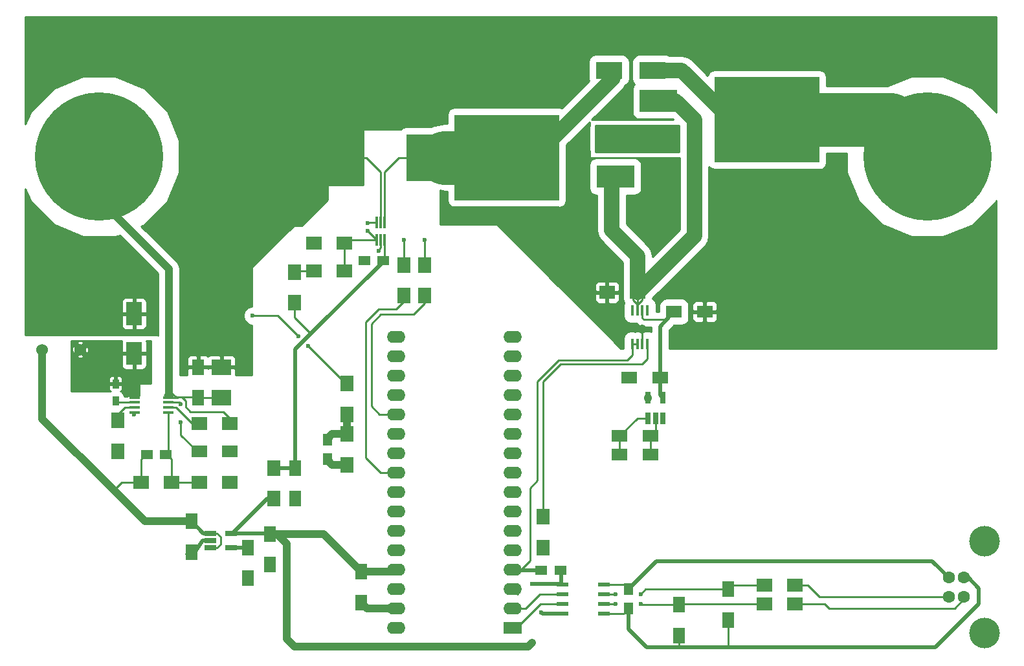
<source format=gtl>
G04 #@! TF.FileFunction,Copper,L1,Top,Signal*
%FSLAX46Y46*%
G04 Gerber Fmt 4.6, Leading zero omitted, Abs format (unit mm)*
G04 Created by KiCad (PCBNEW 4.0.4-stable) date 04/19/17 19:13:53*
%MOMM*%
%LPD*%
G01*
G04 APERTURE LIST*
%ADD10C,0.100000*%
%ADD11C,1.600000*%
%ADD12C,4.000000*%
%ADD13R,1.450000X0.450000*%
%ADD14C,1.200000*%
%ADD15R,0.450000X1.450000*%
%ADD16R,0.900000X1.200000*%
%ADD17R,3.500000X2.200000*%
%ADD18R,2.400000X1.600000*%
%ADD19O,2.400000X1.600000*%
%ADD20C,1.524000*%
%ADD21C,16.800000*%
%ADD22R,13.700000X11.200000*%
%ADD23R,15.000000X1.400000*%
%ADD24R,5.000000X3.000000*%
%ADD25R,1.700000X2.000000*%
%ADD26R,2.000000X1.700000*%
%ADD27R,4.000000X6.200000*%
%ADD28R,0.300000X1.500000*%
%ADD29R,1.560000X0.650000*%
%ADD30R,1.550000X0.600000*%
%ADD31R,0.650000X1.560000*%
%ADD32R,1.500000X1.250000*%
%ADD33R,1.250000X1.500000*%
%ADD34R,1.600000X2.000000*%
%ADD35R,2.500000X2.000000*%
%ADD36R,2.000000X1.600000*%
%ADD37C,0.600000*%
%ADD38C,1.000000*%
%ADD39C,0.500000*%
%ADD40C,0.250000*%
%ADD41C,7.000000*%
%ADD42C,2.000000*%
%ADD43C,0.254000*%
G04 APERTURE END LIST*
D10*
D11*
X199771000Y-122448000D03*
X199771000Y-124948000D03*
X201771000Y-124948000D03*
X201771000Y-122448000D03*
D12*
X204471000Y-117698000D03*
X204471000Y-129698000D03*
D13*
X93304000Y-98847000D03*
X93304000Y-99497000D03*
X93304000Y-100147000D03*
X93304000Y-100797000D03*
X97704000Y-100797000D03*
X97704000Y-100147000D03*
X97704000Y-99497000D03*
X97704000Y-98847000D03*
D14*
X181069000Y-69495000D03*
X176069000Y-69495000D03*
X171069000Y-69495000D03*
X181069000Y-55245000D03*
X176069000Y-55245000D03*
X171069000Y-55245000D03*
X146525000Y-74575000D03*
X141525000Y-74575000D03*
X136525000Y-74575000D03*
X146525000Y-60325000D03*
X141525000Y-60325000D03*
X136525000Y-60325000D03*
D15*
X158410000Y-91862000D03*
X159060000Y-91862000D03*
X159710000Y-91862000D03*
X160360000Y-91862000D03*
X160360000Y-87462000D03*
X159710000Y-87462000D03*
X159060000Y-87462000D03*
X158410000Y-87462000D03*
D16*
X90805000Y-97071000D03*
X90805000Y-99271000D03*
D10*
G36*
X94218000Y-91583000D02*
X94218000Y-94583000D01*
X92218000Y-94583000D01*
X92218000Y-91583000D01*
X94218000Y-91583000D01*
X94218000Y-91583000D01*
G37*
G36*
X94218000Y-86383000D02*
X94218000Y-89383000D01*
X92218000Y-89383000D01*
X92218000Y-86383000D01*
X94218000Y-86383000D01*
X94218000Y-86383000D01*
G37*
D17*
X155329000Y-56007000D03*
X161029000Y-56007000D03*
D18*
X142750000Y-129000000D03*
D19*
X127510000Y-90900000D03*
X142750000Y-126460000D03*
X127510000Y-93440000D03*
X142750000Y-123920000D03*
X127510000Y-95980000D03*
X142750000Y-121380000D03*
X127510000Y-98520000D03*
X142750000Y-118840000D03*
X127510000Y-101060000D03*
X142750000Y-116300000D03*
X127510000Y-103600000D03*
X142750000Y-113760000D03*
X127510000Y-106140000D03*
X142750000Y-111220000D03*
X127510000Y-108680000D03*
X142750000Y-108680000D03*
X127510000Y-111220000D03*
X142750000Y-106140000D03*
X127510000Y-113760000D03*
X142750000Y-103600000D03*
X127510000Y-116300000D03*
X142750000Y-101060000D03*
X127510000Y-118840000D03*
X142750000Y-98520000D03*
X127510000Y-121380000D03*
X142750000Y-95980000D03*
X127510000Y-123920000D03*
X142750000Y-93440000D03*
X127510000Y-126460000D03*
X142750000Y-90900000D03*
X127510000Y-129000000D03*
D20*
X81193000Y-92583000D03*
X86193000Y-92583000D03*
D21*
X88646000Y-67310000D03*
X110363000Y-67310000D03*
X196977000Y-67310000D03*
D22*
X141986000Y-67437000D03*
D23*
X141386000Y-60337000D03*
X141386000Y-74537000D03*
D24*
X156186000Y-64937000D03*
X156186000Y-69937000D03*
D22*
X176022000Y-62484000D03*
D23*
X176622000Y-69584000D03*
X176622000Y-55384000D03*
D24*
X161822000Y-64984000D03*
X161822000Y-59984000D03*
D25*
X91059000Y-101886000D03*
X91059000Y-105886000D03*
X121031000Y-97060000D03*
X121031000Y-101060000D03*
X121031000Y-103664000D03*
X121031000Y-107664000D03*
D26*
X105759000Y-102235000D03*
X101759000Y-102235000D03*
D27*
X130810000Y-67437000D03*
X121210000Y-67437000D03*
D26*
X94139000Y-109982000D03*
X98139000Y-109982000D03*
X101759000Y-109982000D03*
X105759000Y-109982000D03*
D25*
X114173000Y-86455000D03*
X114173000Y-82455000D03*
D26*
X116745000Y-82296000D03*
X120745000Y-82296000D03*
X120745000Y-78613000D03*
X116745000Y-78613000D03*
D25*
X111506000Y-108109000D03*
X111506000Y-112109000D03*
D26*
X159099000Y-85090000D03*
X155099000Y-85090000D03*
D25*
X131250000Y-81500000D03*
X131250000Y-85500000D03*
X146750000Y-114500000D03*
X146750000Y-118500000D03*
D26*
X175673000Y-123444000D03*
X179673000Y-123444000D03*
X179673000Y-125857000D03*
X175673000Y-125857000D03*
D28*
X124980000Y-78239000D03*
X125480000Y-78239000D03*
X125980000Y-78239000D03*
X125980000Y-75939000D03*
X125480000Y-75939000D03*
X124980000Y-75939000D03*
D29*
X103171000Y-116652000D03*
X103171000Y-117602000D03*
X103171000Y-118552000D03*
X105871000Y-118552000D03*
X105871000Y-116652000D03*
D30*
X149300000Y-123345000D03*
X149300000Y-124615000D03*
X149300000Y-125885000D03*
X149300000Y-127155000D03*
X154700000Y-127155000D03*
X154700000Y-125885000D03*
X154700000Y-124615000D03*
X154700000Y-123345000D03*
D25*
X128500000Y-81500000D03*
X128500000Y-85500000D03*
D31*
X160467000Y-101553000D03*
X161417000Y-101553000D03*
X162367000Y-101553000D03*
X162367000Y-98853000D03*
X160467000Y-98853000D03*
D14*
X159639000Y-89916000D03*
D32*
X125837000Y-80899000D03*
X123337000Y-80899000D03*
D33*
X118491000Y-104414000D03*
X118491000Y-106914000D03*
D34*
X101600000Y-98901000D03*
X101600000Y-94901000D03*
D35*
X104648000Y-98901000D03*
X104648000Y-94901000D03*
D32*
X94889000Y-106299000D03*
X97389000Y-106299000D03*
D36*
X101759000Y-105918000D03*
X105759000Y-105918000D03*
D34*
X100711000Y-115094000D03*
X100711000Y-119094000D03*
X108077000Y-118523000D03*
X108077000Y-122523000D03*
X110998000Y-116745000D03*
X110998000Y-120745000D03*
X122936000Y-125698000D03*
X122936000Y-121698000D03*
X114300000Y-108109000D03*
X114300000Y-112109000D03*
D32*
X146500000Y-121500000D03*
X149000000Y-121500000D03*
D33*
X157861000Y-126472000D03*
X157861000Y-123972000D03*
D34*
X164465000Y-126016000D03*
X164465000Y-130016000D03*
X170942000Y-123984000D03*
X170942000Y-127984000D03*
D36*
X156750000Y-106299000D03*
X160750000Y-106299000D03*
X156750000Y-103886000D03*
X160750000Y-103886000D03*
X162020000Y-96266000D03*
X158020000Y-96266000D03*
X163862000Y-87630000D03*
X167862000Y-87630000D03*
D37*
X115951000Y-92075000D03*
X114681000Y-90805000D03*
X108712000Y-88138000D03*
X93218000Y-101092000D03*
X123190000Y-80899000D03*
X125222000Y-79629000D03*
X167513000Y-87122000D03*
X168402000Y-87122000D03*
X168402000Y-88138000D03*
X167513000Y-88138000D03*
X154432000Y-84582000D03*
X155702000Y-84582000D03*
X155702000Y-85598000D03*
X154432000Y-85598000D03*
X118491000Y-107014000D03*
X121031000Y-107664000D03*
X100250000Y-119250000D03*
X101250000Y-119250000D03*
X157500000Y-95750000D03*
X157500000Y-96750000D03*
X158000000Y-96250000D03*
X116750000Y-78750000D03*
X114250000Y-112250000D03*
X111000000Y-120750000D03*
X108000000Y-122750000D03*
X105750000Y-110000000D03*
X91000000Y-106250000D03*
X105750000Y-106000000D03*
X162500000Y-101500000D03*
X99314000Y-99695000D03*
X99314000Y-102108000D03*
X121031000Y-103664000D03*
X160401000Y-98933000D03*
X145250000Y-131000000D03*
X145250000Y-123250000D03*
X146500000Y-121500000D03*
X146500000Y-127000000D03*
X159512000Y-124587000D03*
X156210000Y-124587000D03*
X159512000Y-125857000D03*
X156210000Y-125857000D03*
X146750000Y-118750000D03*
X128500000Y-78250000D03*
X123750000Y-77000000D03*
X131250000Y-78250000D03*
X123750000Y-76000000D03*
D38*
X93304000Y-92669000D02*
X93218000Y-92583000D01*
D39*
X93304000Y-92669000D02*
X93218000Y-92583000D01*
D40*
X93218000Y-92583000D02*
X93304000Y-92669000D01*
X93304000Y-93259000D02*
X93345000Y-93218000D01*
X93304000Y-99497000D02*
X91031000Y-99497000D01*
X91031000Y-99497000D02*
X90805000Y-99271000D01*
X121031000Y-97060000D02*
X120936000Y-97060000D01*
X120936000Y-97060000D02*
X115951000Y-92075000D01*
X114681000Y-90805000D02*
X112014000Y-88138000D01*
X112014000Y-88138000D02*
X108712000Y-88138000D01*
X97790000Y-97917000D02*
X97155000Y-98552000D01*
X98933000Y-98806000D02*
X98679000Y-98806000D01*
X98679000Y-98806000D02*
X97790000Y-97917000D01*
D38*
X88646000Y-67310000D02*
X88646000Y-72898000D01*
X88646000Y-72898000D02*
X97790000Y-82042000D01*
X97790000Y-82042000D02*
X97790000Y-97917000D01*
X97790000Y-97917000D02*
X97790000Y-98425000D01*
D40*
X98298000Y-98552000D02*
X97282000Y-98552000D01*
X97282000Y-98552000D02*
X97577000Y-98847000D01*
X98298000Y-98552000D02*
X98171000Y-98552000D01*
X98171000Y-98552000D02*
X98171000Y-98679000D01*
X97704000Y-98847000D02*
X98003000Y-98847000D01*
X98003000Y-98847000D02*
X98171000Y-98679000D01*
X98171000Y-98679000D02*
X98298000Y-98552000D01*
X97704000Y-98847000D02*
X97749000Y-98847000D01*
X97749000Y-98847000D02*
X98044000Y-98552000D01*
X97704000Y-98847000D02*
X97704000Y-98638000D01*
X97704000Y-98638000D02*
X97790000Y-98552000D01*
X97704000Y-98847000D02*
X97704000Y-98720000D01*
X97704000Y-98720000D02*
X97536000Y-98552000D01*
X97704000Y-98847000D02*
X97577000Y-98847000D01*
X105759000Y-101568000D02*
X104902000Y-100711000D01*
X99949000Y-99314000D02*
X99441000Y-98806000D01*
X99949000Y-100076000D02*
X99949000Y-99314000D01*
X100584000Y-100711000D02*
X99949000Y-100076000D01*
X104902000Y-100711000D02*
X100584000Y-100711000D01*
X98933000Y-98806000D02*
X99441000Y-98806000D01*
X99949000Y-98806000D02*
X101505000Y-98806000D01*
X99441000Y-98806000D02*
X99949000Y-98806000D01*
X101505000Y-98806000D02*
X101600000Y-98901000D01*
X104648000Y-98901000D02*
X101600000Y-98901000D01*
X105759000Y-102235000D02*
X105759000Y-101568000D01*
X104648000Y-98901000D02*
X104648000Y-99314000D01*
X98933000Y-98806000D02*
X98892000Y-98847000D01*
X98892000Y-98847000D02*
X97704000Y-98847000D01*
X93304000Y-100797000D02*
X93304000Y-101006000D01*
X93304000Y-101006000D02*
X93218000Y-101092000D01*
X159710000Y-91862000D02*
X159710000Y-89987000D01*
X159710000Y-89987000D02*
X159639000Y-89916000D01*
X159710000Y-89987000D02*
X159639000Y-89916000D01*
X123237000Y-80899000D02*
X123110000Y-80979000D01*
X123110000Y-80979000D02*
X123190000Y-80899000D01*
X125480000Y-78239000D02*
X125480000Y-79117000D01*
X125480000Y-79117000D02*
X125222000Y-79629000D01*
X167862000Y-87630000D02*
X167898000Y-87630000D01*
X167898000Y-87630000D02*
X168450000Y-87087000D01*
X167862000Y-87630000D02*
X167898000Y-87630000D01*
X167898000Y-87630000D02*
X168450000Y-88087000D01*
X167862000Y-87630000D02*
X167950000Y-87587000D01*
D38*
X127510000Y-126460000D02*
X123698000Y-126460000D01*
X123698000Y-126460000D02*
X122936000Y-125698000D01*
X119141000Y-107664000D02*
X118491000Y-107014000D01*
X119141000Y-107664000D02*
X121031000Y-107664000D01*
D39*
X93718000Y-88133000D02*
X92718000Y-87968000D01*
X92718000Y-87968000D02*
X92750000Y-88000000D01*
D40*
X93750000Y-88000000D02*
X93741000Y-87991000D01*
D39*
X101211000Y-119094000D02*
X100156000Y-119344000D01*
X100156000Y-119344000D02*
X100250000Y-119250000D01*
X101211000Y-119094000D02*
X101250000Y-119250000D01*
D40*
X158020000Y-96266000D02*
X157734000Y-96266000D01*
X157734000Y-96266000D02*
X157500000Y-95750000D01*
X158020000Y-96266000D02*
X157734000Y-96266000D01*
X157734000Y-96266000D02*
X157500000Y-96750000D01*
X158020000Y-96266000D02*
X158000000Y-96250000D01*
X155099000Y-85090000D02*
X155000000Y-85000000D01*
D39*
X116745000Y-78613000D02*
X116750000Y-78750000D01*
D40*
X123237000Y-80899000D02*
X123698000Y-80899000D01*
D39*
X114300000Y-112109000D02*
X114250000Y-112250000D01*
D40*
X121210000Y-67437000D02*
X123571000Y-67437000D01*
X123571000Y-67437000D02*
X125480000Y-69346000D01*
X125480000Y-69346000D02*
X125480000Y-75939000D01*
D39*
X110998000Y-120745000D02*
X111000000Y-120750000D01*
X108077000Y-122523000D02*
X108000000Y-122750000D01*
X105759000Y-109982000D02*
X105750000Y-110000000D01*
X103171000Y-117602000D02*
X102203000Y-117602000D01*
X102203000Y-117602000D02*
X101211000Y-119094000D01*
D40*
X93718000Y-88133000D02*
X93741000Y-87991000D01*
X104648000Y-94901000D02*
X104750000Y-94750000D01*
X101600000Y-94901000D02*
X101500000Y-94750000D01*
X91059000Y-105886000D02*
X91000000Y-106250000D01*
X105509000Y-105918000D02*
X105750000Y-106000000D01*
X162367000Y-101553000D02*
X162326000Y-101326000D01*
X162326000Y-101326000D02*
X162500000Y-101500000D01*
X97704000Y-99497000D02*
X99116000Y-99497000D01*
X99116000Y-99497000D02*
X99314000Y-99695000D01*
X99314000Y-102108000D02*
X99314000Y-103759000D01*
X99314000Y-103759000D02*
X101473000Y-105918000D01*
X101473000Y-105918000D02*
X101759000Y-105918000D01*
D38*
X121031000Y-103664000D02*
X119141000Y-103664000D01*
X119141000Y-103664000D02*
X118491000Y-104314000D01*
X121031000Y-101060000D02*
X121031000Y-103664000D01*
D40*
X94139000Y-109982000D02*
X91567000Y-109982000D01*
X91567000Y-109982000D02*
X90551000Y-110998000D01*
D38*
X100711000Y-115094000D02*
X94647000Y-115094000D01*
X94647000Y-115094000D02*
X90551000Y-110998000D01*
X90551000Y-110998000D02*
X81193000Y-101640000D01*
X81193000Y-101640000D02*
X81193000Y-92583000D01*
D39*
X103171000Y-116652000D02*
X102269000Y-116652000D01*
X102269000Y-116652000D02*
X100711000Y-115094000D01*
D40*
X103171000Y-118552000D02*
X104079000Y-118552000D01*
X104079000Y-118552000D02*
X104521000Y-118110000D01*
X104521000Y-118110000D02*
X104521000Y-117094000D01*
X104521000Y-117094000D02*
X104079000Y-116652000D01*
X104079000Y-116652000D02*
X103171000Y-116652000D01*
X102978000Y-116459000D02*
X103171000Y-116652000D01*
X94139000Y-109982000D02*
X94139000Y-106949000D01*
X94139000Y-106949000D02*
X94789000Y-106299000D01*
X98139000Y-109982000D02*
X101759000Y-109982000D01*
X98139000Y-109982000D02*
X98139000Y-106949000D01*
X98139000Y-106949000D02*
X97489000Y-106299000D01*
X97704000Y-100797000D02*
X97704000Y-106084000D01*
X97704000Y-106084000D02*
X97489000Y-106299000D01*
X114173000Y-88392000D02*
X116308500Y-90527500D01*
D39*
X114300000Y-97028000D02*
X114300000Y-92536000D01*
X114300000Y-92536000D02*
X116308500Y-90527500D01*
D40*
X114173000Y-86455000D02*
X114173000Y-88392000D01*
D39*
X114300000Y-108109000D02*
X114300000Y-97028000D01*
X116308500Y-90527500D02*
X125937000Y-80899000D01*
X111506000Y-108109000D02*
X114300000Y-108109000D01*
X111665000Y-107950000D02*
X111506000Y-108109000D01*
D40*
X125980000Y-78239000D02*
X125980000Y-80856000D01*
X125980000Y-80856000D02*
X125937000Y-80899000D01*
D39*
X105871000Y-118552000D02*
X108048000Y-118552000D01*
X108048000Y-118552000D02*
X108077000Y-118523000D01*
D38*
X160401000Y-98933000D02*
X160467000Y-98867000D01*
X160467000Y-98867000D02*
X160467000Y-98853000D01*
X110998000Y-116745000D02*
X111919000Y-116745000D01*
X144805000Y-131445000D02*
X145250000Y-131000000D01*
X114173000Y-131445000D02*
X144805000Y-131445000D01*
X113157000Y-130429000D02*
X114173000Y-131445000D01*
X113157000Y-117983000D02*
X113157000Y-130429000D01*
X111919000Y-116745000D02*
X113157000Y-117983000D01*
X110998000Y-116745000D02*
X117983000Y-116745000D01*
X117983000Y-116745000D02*
X122936000Y-121698000D01*
X122936000Y-121698000D02*
X127192000Y-121698000D01*
X127192000Y-121698000D02*
X127510000Y-121380000D01*
D39*
X149100000Y-121500000D02*
X149100000Y-123145000D01*
X149100000Y-123145000D02*
X149300000Y-123345000D01*
X149205000Y-123250000D02*
X145250000Y-123250000D01*
X149205000Y-123250000D02*
X149300000Y-123345000D01*
D38*
X145250000Y-131000000D02*
X145250000Y-131000000D01*
D39*
X111506000Y-112109000D02*
X110649000Y-112109000D01*
X110649000Y-112109000D02*
X106106000Y-116652000D01*
X106106000Y-116652000D02*
X105871000Y-116652000D01*
X105871000Y-116652000D02*
X110905000Y-116652000D01*
X110905000Y-116652000D02*
X110998000Y-116745000D01*
X162020000Y-98506000D02*
X162367000Y-98853000D01*
D40*
X159893000Y-88646000D02*
X162973000Y-88646000D01*
X162973000Y-88646000D02*
X163862000Y-87630000D01*
X159710000Y-87462000D02*
X159710000Y-88463000D01*
X159710000Y-88463000D02*
X159893000Y-88646000D01*
D39*
X162020000Y-96266000D02*
X162020000Y-89599000D01*
X162020000Y-89599000D02*
X163862000Y-87630000D01*
X162020000Y-96266000D02*
X162020000Y-98506000D01*
D40*
X158410000Y-91862000D02*
X158410000Y-93340000D01*
X158410000Y-93340000D02*
X157750000Y-94000000D01*
X159060000Y-91862000D02*
X158410000Y-91862000D01*
X158410000Y-91862000D02*
X158369000Y-91903000D01*
X157750000Y-94000000D02*
X148750000Y-94000000D01*
X148750000Y-94000000D02*
X146000000Y-96750000D01*
X146000000Y-96750000D02*
X146000000Y-109750000D01*
X145000000Y-110750000D02*
X145000000Y-120250000D01*
X146000000Y-109750000D02*
X145000000Y-110750000D01*
D39*
X149300000Y-127155000D02*
X146655000Y-127155000D01*
X146500000Y-121500000D02*
X146650000Y-121500000D01*
X146655000Y-127155000D02*
X146500000Y-127000000D01*
X146650000Y-121500000D02*
X142870000Y-121500000D01*
X142870000Y-121500000D02*
X142750000Y-121380000D01*
D40*
X142750000Y-121380000D02*
X143870000Y-121380000D01*
X143870000Y-121380000D02*
X145000000Y-120250000D01*
X160467000Y-101553000D02*
X159083000Y-101553000D01*
X156750000Y-103886000D02*
X156750000Y-106299000D01*
X159083000Y-101553000D02*
X156750000Y-103886000D01*
X160750000Y-103886000D02*
X160750000Y-106299000D01*
X161417000Y-101553000D02*
X161417000Y-103219000D01*
X161417000Y-103219000D02*
X160750000Y-103886000D01*
X164465000Y-130016000D02*
X164465000Y-131572000D01*
X170942000Y-127984000D02*
X170942000Y-131572000D01*
D39*
X201771000Y-122448000D02*
X202331000Y-122448000D01*
X202331000Y-122448000D02*
X203708000Y-123825000D01*
X197993000Y-131572000D02*
X170942000Y-131572000D01*
X203708000Y-125857000D02*
X197993000Y-131572000D01*
X203708000Y-123825000D02*
X203708000Y-125857000D01*
X170942000Y-131572000D02*
X164465000Y-131572000D01*
X164465000Y-131572000D02*
X160274000Y-131572000D01*
X160274000Y-131572000D02*
X157861000Y-129159000D01*
X157861000Y-129159000D02*
X157861000Y-126572000D01*
D40*
X170466000Y-127254000D02*
X170942000Y-127730000D01*
X170942000Y-127730000D02*
X170339000Y-127730000D01*
X154700000Y-127155000D02*
X157278000Y-127155000D01*
D39*
X157861000Y-123872000D02*
X157941000Y-123872000D01*
X157941000Y-123872000D02*
X161544000Y-120269000D01*
X197612000Y-120269000D02*
X199771000Y-122448000D01*
X161544000Y-120269000D02*
X197612000Y-120269000D01*
D40*
X154700000Y-123345000D02*
X157334000Y-123345000D01*
X157334000Y-123345000D02*
X157861000Y-123872000D01*
X175673000Y-123444000D02*
X171482000Y-123444000D01*
X171482000Y-123444000D02*
X170942000Y-123984000D01*
X154700000Y-124615000D02*
X156182000Y-124615000D01*
X160115000Y-123984000D02*
X170942000Y-123984000D01*
X159512000Y-124587000D02*
X160115000Y-123984000D01*
X156182000Y-124615000D02*
X156210000Y-124587000D01*
X175673000Y-125857000D02*
X164624000Y-125857000D01*
X164624000Y-125857000D02*
X164465000Y-126016000D01*
X154700000Y-125885000D02*
X156182000Y-125885000D01*
X159671000Y-126016000D02*
X164465000Y-126016000D01*
X159512000Y-125857000D02*
X159671000Y-126016000D01*
X156182000Y-125885000D02*
X156210000Y-125857000D01*
D41*
X141986000Y-67437000D02*
X133858000Y-67437000D01*
D42*
X155829000Y-56007000D02*
X155829000Y-57023000D01*
X155829000Y-57023000D02*
X145415000Y-67437000D01*
D40*
X130810000Y-67437000D02*
X127839002Y-67437000D01*
X125980000Y-69296002D02*
X125980000Y-75939000D01*
X127839002Y-67437000D02*
X125980000Y-69296002D01*
D42*
X145415000Y-67437000D02*
X141986000Y-67437000D01*
D41*
X176022000Y-62484000D02*
X192151000Y-62484000D01*
X192151000Y-62484000D02*
X196977000Y-67310000D01*
D42*
X160529000Y-56007000D02*
X164846000Y-56007000D01*
X164846000Y-56007000D02*
X171323000Y-62484000D01*
X171323000Y-62484000D02*
X176022000Y-62484000D01*
D40*
X149300000Y-125885000D02*
X146403000Y-125885000D01*
X146403000Y-125885000D02*
X143288000Y-129000000D01*
X143288000Y-129000000D02*
X142750000Y-129000000D01*
X149300000Y-124615000D02*
X146276000Y-124615000D01*
X144431000Y-126460000D02*
X142750000Y-126460000D01*
X146276000Y-124615000D02*
X144431000Y-126460000D01*
X143445000Y-124615000D02*
X142750000Y-123920000D01*
X146750000Y-118500000D02*
X146750000Y-118750000D01*
X125310000Y-101060000D02*
X127510000Y-101060000D01*
X124250000Y-100000000D02*
X125310000Y-101060000D01*
X131250000Y-85500000D02*
X131250000Y-86500000D01*
X131250000Y-86500000D02*
X129750000Y-88000000D01*
X129750000Y-88000000D02*
X125500000Y-88000000D01*
X125500000Y-88000000D02*
X124250000Y-89250000D01*
X124250000Y-89250000D02*
X124250000Y-100000000D01*
X128500000Y-85500000D02*
X128500000Y-86250000D01*
X128500000Y-86250000D02*
X127500000Y-87250000D01*
X127500000Y-87250000D02*
X125250000Y-87250000D01*
X125250000Y-87250000D02*
X123500000Y-89000000D01*
X123500000Y-89000000D02*
X123500000Y-106750000D01*
X123500000Y-106750000D02*
X125430000Y-108680000D01*
X125430000Y-108680000D02*
X127510000Y-108680000D01*
X199771000Y-124948000D02*
X182860000Y-124948000D01*
X181356000Y-123444000D02*
X179673000Y-123444000D01*
X182860000Y-124948000D02*
X181356000Y-123444000D01*
X201771000Y-124948000D02*
X201771000Y-125254000D01*
X201771000Y-125254000D02*
X200533000Y-126492000D01*
X183515000Y-125857000D02*
X179673000Y-125857000D01*
X184150000Y-126492000D02*
X183515000Y-125857000D01*
X200533000Y-126492000D02*
X184150000Y-126492000D01*
D39*
X201771000Y-124948000D02*
X201771000Y-125508000D01*
D40*
X159639000Y-86106000D02*
X159639000Y-85630000D01*
X159060000Y-86685000D02*
X159639000Y-86106000D01*
X159060000Y-87462000D02*
X159060000Y-86685000D01*
X158496000Y-86106000D02*
X158496000Y-85693000D01*
X159060000Y-86670000D02*
X158496000Y-86106000D01*
X159060000Y-87462000D02*
X159060000Y-86670000D01*
X159639000Y-85630000D02*
X159099000Y-85090000D01*
X158496000Y-85693000D02*
X159099000Y-85090000D01*
D42*
X155686000Y-69937000D02*
X155686000Y-76946000D01*
X155686000Y-76946000D02*
X159099000Y-80359000D01*
X159099000Y-80359000D02*
X159099000Y-85090000D01*
X162322000Y-59984000D02*
X163997000Y-59984000D01*
X163997000Y-59984000D02*
X166497000Y-62484000D01*
X166497000Y-62484000D02*
X166497000Y-77692000D01*
X166497000Y-77692000D02*
X159099000Y-85090000D01*
D40*
X159060000Y-87462000D02*
X159060000Y-85129000D01*
X159060000Y-85129000D02*
X159099000Y-85090000D01*
X93304000Y-100147000D02*
X92004000Y-100147000D01*
X92004000Y-100147000D02*
X91059000Y-101092000D01*
X91059000Y-101092000D02*
X91059000Y-101886000D01*
X98750000Y-100147000D02*
X97704000Y-100147000D01*
X100838000Y-102235000D02*
X98750000Y-100147000D01*
X101759000Y-102235000D02*
X100838000Y-102235000D01*
X116745000Y-82296000D02*
X114332000Y-82296000D01*
X114332000Y-82296000D02*
X114173000Y-82455000D01*
X128500000Y-81500000D02*
X128500000Y-79250000D01*
X128500000Y-78250000D02*
X128500000Y-79250000D01*
X123750000Y-77000000D02*
X124980000Y-78230000D01*
X124980000Y-78239000D02*
X124980000Y-78230000D01*
X124980000Y-78239000D02*
X124980000Y-77980000D01*
X120745000Y-78613000D02*
X120745000Y-82296000D01*
X124980000Y-78239000D02*
X121119000Y-78239000D01*
X121119000Y-78239000D02*
X120745000Y-78613000D01*
X121500000Y-78239000D02*
X121126000Y-78613000D01*
X124980000Y-75939000D02*
X123811000Y-75939000D01*
X131250000Y-78250000D02*
X131250000Y-81500000D01*
X123811000Y-75939000D02*
X123750000Y-76000000D01*
X149012000Y-94488000D02*
X146750000Y-96750000D01*
X146750000Y-96750000D02*
X146750000Y-114500000D01*
X160360000Y-93767000D02*
X160360000Y-91862000D01*
X159639000Y-94488000D02*
X150622000Y-94488000D01*
X160360000Y-93767000D02*
X159639000Y-94488000D01*
X150622000Y-94488000D02*
X149012000Y-94488000D01*
D43*
G36*
X205998000Y-61576026D02*
X205906560Y-61354724D01*
X202947852Y-58390848D01*
X199080136Y-56784831D01*
X194892237Y-56781177D01*
X191804509Y-58057000D01*
X183817161Y-58057000D01*
X183817161Y-56884000D01*
X183752522Y-56540474D01*
X183549499Y-56224967D01*
X183239721Y-56013304D01*
X182872000Y-55938839D01*
X169172000Y-55938839D01*
X168828474Y-56003478D01*
X168512967Y-56206501D01*
X168301304Y-56516279D01*
X168264115Y-56699925D01*
X166775190Y-55211000D01*
X169295651Y-55211000D01*
X169616515Y-55343907D01*
X169656608Y-55384000D01*
X169616515Y-55424093D01*
X169295651Y-55557000D01*
X169829608Y-55557000D01*
X169862094Y-55589486D01*
X169995000Y-55910350D01*
X169995000Y-55557000D01*
X183249000Y-55557000D01*
X183249000Y-55910350D01*
X183381906Y-55589486D01*
X183414392Y-55557000D01*
X183948349Y-55557000D01*
X183627485Y-55424093D01*
X183587392Y-55384000D01*
X183627485Y-55343907D01*
X183948349Y-55211000D01*
X183414392Y-55211000D01*
X183381906Y-55178514D01*
X183249000Y-54857650D01*
X183249000Y-55211000D01*
X169995000Y-55211000D01*
X169995000Y-54857650D01*
X169862094Y-55178514D01*
X169829608Y-55211000D01*
X169295651Y-55211000D01*
X166775190Y-55211000D01*
X166208595Y-54644405D01*
X165583431Y-54226684D01*
X164846000Y-54080000D01*
X163210672Y-54080000D01*
X163146721Y-54036304D01*
X162779000Y-53961839D01*
X159279000Y-53961839D01*
X158935474Y-54026478D01*
X158619967Y-54229501D01*
X158408304Y-54539279D01*
X158333839Y-54907000D01*
X158333839Y-57107000D01*
X158398478Y-57450526D01*
X158601501Y-57766033D01*
X158662254Y-57807544D01*
X158451304Y-58116279D01*
X158376839Y-58484000D01*
X158376839Y-61484000D01*
X158441478Y-61827526D01*
X158644501Y-62143033D01*
X158954279Y-62354696D01*
X159322000Y-62429161D01*
X163716971Y-62429161D01*
X163771810Y-62484000D01*
X153093190Y-62484000D01*
X157191595Y-58385595D01*
X157484018Y-57947953D01*
X157738033Y-57784499D01*
X157949696Y-57474721D01*
X158024161Y-57107000D01*
X158024161Y-54907000D01*
X157959522Y-54563474D01*
X157756499Y-54247967D01*
X157446721Y-54036304D01*
X157079000Y-53961839D01*
X153579000Y-53961839D01*
X153235474Y-54026478D01*
X152919967Y-54229501D01*
X152708304Y-54539279D01*
X152633839Y-54907000D01*
X152633839Y-57107000D01*
X152694963Y-57431847D01*
X149167783Y-60959027D01*
X148836000Y-60891839D01*
X135136000Y-60891839D01*
X134792474Y-60956478D01*
X134476967Y-61159501D01*
X134265304Y-61469279D01*
X134190839Y-61837000D01*
X134190839Y-63010000D01*
X133858000Y-63010000D01*
X132163860Y-63346985D01*
X132096731Y-63391839D01*
X128810000Y-63391839D01*
X128466474Y-63456478D01*
X128150967Y-63659501D01*
X128086398Y-63754000D01*
X123317000Y-63754000D01*
X123270841Y-63762685D01*
X123228447Y-63789965D01*
X123200006Y-63831590D01*
X123190000Y-63881000D01*
X123190000Y-70993000D01*
X118618000Y-70993000D01*
X118568590Y-71003006D01*
X118526965Y-71031447D01*
X118499685Y-71073841D01*
X118491000Y-71120000D01*
X118491000Y-72972394D01*
X115136394Y-76327000D01*
X114173000Y-76327000D01*
X114123590Y-76337006D01*
X114083197Y-76364197D01*
X108622197Y-81825197D01*
X108594334Y-81867211D01*
X108585000Y-81915000D01*
X108585000Y-86910889D01*
X108469005Y-86910788D01*
X108017869Y-87097194D01*
X107672407Y-87442053D01*
X107485214Y-87892864D01*
X107484788Y-88380995D01*
X107671194Y-88832131D01*
X108016053Y-89177593D01*
X108466864Y-89364786D01*
X108585000Y-89364889D01*
X108585000Y-95885000D01*
X106533000Y-95885000D01*
X106533000Y-95186750D01*
X106374250Y-95028000D01*
X104775000Y-95028000D01*
X104775000Y-95048000D01*
X104521000Y-95048000D01*
X104521000Y-95028000D01*
X102921750Y-95028000D01*
X102899000Y-95050750D01*
X102876250Y-95028000D01*
X101727000Y-95028000D01*
X101727000Y-95048000D01*
X101473000Y-95048000D01*
X101473000Y-95028000D01*
X100323750Y-95028000D01*
X100165000Y-95186750D01*
X100165000Y-95885000D01*
X99217000Y-95885000D01*
X99217000Y-93774691D01*
X100165000Y-93774691D01*
X100165000Y-94615250D01*
X100323750Y-94774000D01*
X101473000Y-94774000D01*
X101473000Y-93424750D01*
X101727000Y-93424750D01*
X101727000Y-94774000D01*
X102876250Y-94774000D01*
X102899000Y-94751250D01*
X102921750Y-94774000D01*
X104521000Y-94774000D01*
X104521000Y-93424750D01*
X104775000Y-93424750D01*
X104775000Y-94774000D01*
X106374250Y-94774000D01*
X106533000Y-94615250D01*
X106533000Y-93774691D01*
X106436327Y-93541302D01*
X106257699Y-93362673D01*
X106024310Y-93266000D01*
X104933750Y-93266000D01*
X104775000Y-93424750D01*
X104521000Y-93424750D01*
X104362250Y-93266000D01*
X103271690Y-93266000D01*
X103038301Y-93362673D01*
X102899000Y-93501975D01*
X102759699Y-93362673D01*
X102526310Y-93266000D01*
X101885750Y-93266000D01*
X101727000Y-93424750D01*
X101473000Y-93424750D01*
X101314250Y-93266000D01*
X100673690Y-93266000D01*
X100440301Y-93362673D01*
X100261673Y-93541302D01*
X100165000Y-93774691D01*
X99217000Y-93774691D01*
X99217000Y-82042000D01*
X99108376Y-81495911D01*
X99081040Y-81455000D01*
X98799042Y-81032959D01*
X94179795Y-76413712D01*
X94601276Y-76239560D01*
X97565152Y-73280852D01*
X99171169Y-69413136D01*
X99171956Y-68510550D01*
X102783022Y-68510550D01*
X103819444Y-71319895D01*
X104154228Y-71820936D01*
X104782009Y-72890991D01*
X105852064Y-73518772D01*
X108571432Y-74772417D01*
X111563550Y-74889978D01*
X114372895Y-73853556D01*
X114873936Y-73518772D01*
X115943991Y-72890991D01*
X116571772Y-71820936D01*
X117566132Y-69664000D01*
X119383650Y-69664000D01*
X119704514Y-69796906D01*
X119950093Y-70042485D01*
X120083000Y-70363349D01*
X120083000Y-69664000D01*
X119383650Y-69664000D01*
X117566132Y-69664000D01*
X117825417Y-69101568D01*
X117890818Y-67437000D01*
X119864750Y-67437000D01*
X120083000Y-67655250D01*
X120083000Y-69664000D01*
X120991750Y-69664000D01*
X121210000Y-69882250D01*
X121428250Y-69664000D01*
X122337000Y-69664000D01*
X122337000Y-70363349D01*
X122469907Y-70042485D01*
X122715486Y-69796906D01*
X123036350Y-69664000D01*
X122337000Y-69664000D01*
X122337000Y-67655250D01*
X122555250Y-67437000D01*
X122337000Y-67218750D01*
X122337000Y-65210000D01*
X123036350Y-65210000D01*
X122715486Y-65077094D01*
X122469907Y-64831515D01*
X122337000Y-64510651D01*
X122337000Y-65210000D01*
X121428250Y-65210000D01*
X121210000Y-64991750D01*
X120991750Y-65210000D01*
X120083000Y-65210000D01*
X120083000Y-67218750D01*
X119864750Y-67437000D01*
X117890818Y-67437000D01*
X117942978Y-66109450D01*
X117611154Y-65210000D01*
X119383650Y-65210000D01*
X120083000Y-65210000D01*
X120083000Y-64510651D01*
X119950093Y-64831515D01*
X119704514Y-65077094D01*
X119383650Y-65210000D01*
X117611154Y-65210000D01*
X116906556Y-63300105D01*
X116571772Y-62799064D01*
X115943991Y-61729009D01*
X114873936Y-61101228D01*
X112840930Y-60164000D01*
X134059651Y-60164000D01*
X134380515Y-60296907D01*
X134420608Y-60337000D01*
X134380515Y-60377093D01*
X134059651Y-60510000D01*
X134593608Y-60510000D01*
X134626094Y-60542486D01*
X134759000Y-60863350D01*
X134759000Y-60510000D01*
X148013000Y-60510000D01*
X148013000Y-60863350D01*
X148145906Y-60542486D01*
X148178392Y-60510000D01*
X148712349Y-60510000D01*
X148391485Y-60377093D01*
X148351392Y-60337000D01*
X148391485Y-60296907D01*
X148712349Y-60164000D01*
X148178392Y-60164000D01*
X148145906Y-60131514D01*
X148013000Y-59810650D01*
X148013000Y-60164000D01*
X134759000Y-60164000D01*
X134759000Y-59810650D01*
X134626094Y-60131514D01*
X134593608Y-60164000D01*
X134059651Y-60164000D01*
X112840930Y-60164000D01*
X112154568Y-59847583D01*
X109162450Y-59730022D01*
X106353105Y-60766444D01*
X105852064Y-61101228D01*
X104782009Y-61729009D01*
X104154228Y-62799064D01*
X102900583Y-65518432D01*
X102783022Y-68510550D01*
X99171956Y-68510550D01*
X99174823Y-65225237D01*
X97575560Y-61354724D01*
X94616852Y-58390848D01*
X90749136Y-56784831D01*
X86561237Y-56781177D01*
X82690724Y-58380440D01*
X79726848Y-61339148D01*
X79002000Y-63084775D01*
X79002000Y-49002000D01*
X205998000Y-49002000D01*
X205998000Y-61576026D01*
X205998000Y-61576026D01*
G37*
X205998000Y-61576026D02*
X205906560Y-61354724D01*
X202947852Y-58390848D01*
X199080136Y-56784831D01*
X194892237Y-56781177D01*
X191804509Y-58057000D01*
X183817161Y-58057000D01*
X183817161Y-56884000D01*
X183752522Y-56540474D01*
X183549499Y-56224967D01*
X183239721Y-56013304D01*
X182872000Y-55938839D01*
X169172000Y-55938839D01*
X168828474Y-56003478D01*
X168512967Y-56206501D01*
X168301304Y-56516279D01*
X168264115Y-56699925D01*
X166775190Y-55211000D01*
X169295651Y-55211000D01*
X169616515Y-55343907D01*
X169656608Y-55384000D01*
X169616515Y-55424093D01*
X169295651Y-55557000D01*
X169829608Y-55557000D01*
X169862094Y-55589486D01*
X169995000Y-55910350D01*
X169995000Y-55557000D01*
X183249000Y-55557000D01*
X183249000Y-55910350D01*
X183381906Y-55589486D01*
X183414392Y-55557000D01*
X183948349Y-55557000D01*
X183627485Y-55424093D01*
X183587392Y-55384000D01*
X183627485Y-55343907D01*
X183948349Y-55211000D01*
X183414392Y-55211000D01*
X183381906Y-55178514D01*
X183249000Y-54857650D01*
X183249000Y-55211000D01*
X169995000Y-55211000D01*
X169995000Y-54857650D01*
X169862094Y-55178514D01*
X169829608Y-55211000D01*
X169295651Y-55211000D01*
X166775190Y-55211000D01*
X166208595Y-54644405D01*
X165583431Y-54226684D01*
X164846000Y-54080000D01*
X163210672Y-54080000D01*
X163146721Y-54036304D01*
X162779000Y-53961839D01*
X159279000Y-53961839D01*
X158935474Y-54026478D01*
X158619967Y-54229501D01*
X158408304Y-54539279D01*
X158333839Y-54907000D01*
X158333839Y-57107000D01*
X158398478Y-57450526D01*
X158601501Y-57766033D01*
X158662254Y-57807544D01*
X158451304Y-58116279D01*
X158376839Y-58484000D01*
X158376839Y-61484000D01*
X158441478Y-61827526D01*
X158644501Y-62143033D01*
X158954279Y-62354696D01*
X159322000Y-62429161D01*
X163716971Y-62429161D01*
X163771810Y-62484000D01*
X153093190Y-62484000D01*
X157191595Y-58385595D01*
X157484018Y-57947953D01*
X157738033Y-57784499D01*
X157949696Y-57474721D01*
X158024161Y-57107000D01*
X158024161Y-54907000D01*
X157959522Y-54563474D01*
X157756499Y-54247967D01*
X157446721Y-54036304D01*
X157079000Y-53961839D01*
X153579000Y-53961839D01*
X153235474Y-54026478D01*
X152919967Y-54229501D01*
X152708304Y-54539279D01*
X152633839Y-54907000D01*
X152633839Y-57107000D01*
X152694963Y-57431847D01*
X149167783Y-60959027D01*
X148836000Y-60891839D01*
X135136000Y-60891839D01*
X134792474Y-60956478D01*
X134476967Y-61159501D01*
X134265304Y-61469279D01*
X134190839Y-61837000D01*
X134190839Y-63010000D01*
X133858000Y-63010000D01*
X132163860Y-63346985D01*
X132096731Y-63391839D01*
X128810000Y-63391839D01*
X128466474Y-63456478D01*
X128150967Y-63659501D01*
X128086398Y-63754000D01*
X123317000Y-63754000D01*
X123270841Y-63762685D01*
X123228447Y-63789965D01*
X123200006Y-63831590D01*
X123190000Y-63881000D01*
X123190000Y-70993000D01*
X118618000Y-70993000D01*
X118568590Y-71003006D01*
X118526965Y-71031447D01*
X118499685Y-71073841D01*
X118491000Y-71120000D01*
X118491000Y-72972394D01*
X115136394Y-76327000D01*
X114173000Y-76327000D01*
X114123590Y-76337006D01*
X114083197Y-76364197D01*
X108622197Y-81825197D01*
X108594334Y-81867211D01*
X108585000Y-81915000D01*
X108585000Y-86910889D01*
X108469005Y-86910788D01*
X108017869Y-87097194D01*
X107672407Y-87442053D01*
X107485214Y-87892864D01*
X107484788Y-88380995D01*
X107671194Y-88832131D01*
X108016053Y-89177593D01*
X108466864Y-89364786D01*
X108585000Y-89364889D01*
X108585000Y-95885000D01*
X106533000Y-95885000D01*
X106533000Y-95186750D01*
X106374250Y-95028000D01*
X104775000Y-95028000D01*
X104775000Y-95048000D01*
X104521000Y-95048000D01*
X104521000Y-95028000D01*
X102921750Y-95028000D01*
X102899000Y-95050750D01*
X102876250Y-95028000D01*
X101727000Y-95028000D01*
X101727000Y-95048000D01*
X101473000Y-95048000D01*
X101473000Y-95028000D01*
X100323750Y-95028000D01*
X100165000Y-95186750D01*
X100165000Y-95885000D01*
X99217000Y-95885000D01*
X99217000Y-93774691D01*
X100165000Y-93774691D01*
X100165000Y-94615250D01*
X100323750Y-94774000D01*
X101473000Y-94774000D01*
X101473000Y-93424750D01*
X101727000Y-93424750D01*
X101727000Y-94774000D01*
X102876250Y-94774000D01*
X102899000Y-94751250D01*
X102921750Y-94774000D01*
X104521000Y-94774000D01*
X104521000Y-93424750D01*
X104775000Y-93424750D01*
X104775000Y-94774000D01*
X106374250Y-94774000D01*
X106533000Y-94615250D01*
X106533000Y-93774691D01*
X106436327Y-93541302D01*
X106257699Y-93362673D01*
X106024310Y-93266000D01*
X104933750Y-93266000D01*
X104775000Y-93424750D01*
X104521000Y-93424750D01*
X104362250Y-93266000D01*
X103271690Y-93266000D01*
X103038301Y-93362673D01*
X102899000Y-93501975D01*
X102759699Y-93362673D01*
X102526310Y-93266000D01*
X101885750Y-93266000D01*
X101727000Y-93424750D01*
X101473000Y-93424750D01*
X101314250Y-93266000D01*
X100673690Y-93266000D01*
X100440301Y-93362673D01*
X100261673Y-93541302D01*
X100165000Y-93774691D01*
X99217000Y-93774691D01*
X99217000Y-82042000D01*
X99108376Y-81495911D01*
X99081040Y-81455000D01*
X98799042Y-81032959D01*
X94179795Y-76413712D01*
X94601276Y-76239560D01*
X97565152Y-73280852D01*
X99171169Y-69413136D01*
X99171956Y-68510550D01*
X102783022Y-68510550D01*
X103819444Y-71319895D01*
X104154228Y-71820936D01*
X104782009Y-72890991D01*
X105852064Y-73518772D01*
X108571432Y-74772417D01*
X111563550Y-74889978D01*
X114372895Y-73853556D01*
X114873936Y-73518772D01*
X115943991Y-72890991D01*
X116571772Y-71820936D01*
X117566132Y-69664000D01*
X119383650Y-69664000D01*
X119704514Y-69796906D01*
X119950093Y-70042485D01*
X120083000Y-70363349D01*
X120083000Y-69664000D01*
X119383650Y-69664000D01*
X117566132Y-69664000D01*
X117825417Y-69101568D01*
X117890818Y-67437000D01*
X119864750Y-67437000D01*
X120083000Y-67655250D01*
X120083000Y-69664000D01*
X120991750Y-69664000D01*
X121210000Y-69882250D01*
X121428250Y-69664000D01*
X122337000Y-69664000D01*
X122337000Y-70363349D01*
X122469907Y-70042485D01*
X122715486Y-69796906D01*
X123036350Y-69664000D01*
X122337000Y-69664000D01*
X122337000Y-67655250D01*
X122555250Y-67437000D01*
X122337000Y-67218750D01*
X122337000Y-65210000D01*
X123036350Y-65210000D01*
X122715486Y-65077094D01*
X122469907Y-64831515D01*
X122337000Y-64510651D01*
X122337000Y-65210000D01*
X121428250Y-65210000D01*
X121210000Y-64991750D01*
X120991750Y-65210000D01*
X120083000Y-65210000D01*
X120083000Y-67218750D01*
X119864750Y-67437000D01*
X117890818Y-67437000D01*
X117942978Y-66109450D01*
X117611154Y-65210000D01*
X119383650Y-65210000D01*
X120083000Y-65210000D01*
X120083000Y-64510651D01*
X119950093Y-64831515D01*
X119704514Y-65077094D01*
X119383650Y-65210000D01*
X117611154Y-65210000D01*
X116906556Y-63300105D01*
X116571772Y-62799064D01*
X115943991Y-61729009D01*
X114873936Y-61101228D01*
X112840930Y-60164000D01*
X134059651Y-60164000D01*
X134380515Y-60296907D01*
X134420608Y-60337000D01*
X134380515Y-60377093D01*
X134059651Y-60510000D01*
X134593608Y-60510000D01*
X134626094Y-60542486D01*
X134759000Y-60863350D01*
X134759000Y-60510000D01*
X148013000Y-60510000D01*
X148013000Y-60863350D01*
X148145906Y-60542486D01*
X148178392Y-60510000D01*
X148712349Y-60510000D01*
X148391485Y-60377093D01*
X148351392Y-60337000D01*
X148391485Y-60296907D01*
X148712349Y-60164000D01*
X148178392Y-60164000D01*
X148145906Y-60131514D01*
X148013000Y-59810650D01*
X148013000Y-60164000D01*
X134759000Y-60164000D01*
X134759000Y-59810650D01*
X134626094Y-60131514D01*
X134593608Y-60164000D01*
X134059651Y-60164000D01*
X112840930Y-60164000D01*
X112154568Y-59847583D01*
X109162450Y-59730022D01*
X106353105Y-60766444D01*
X105852064Y-61101228D01*
X104782009Y-61729009D01*
X104154228Y-62799064D01*
X102900583Y-65518432D01*
X102783022Y-68510550D01*
X99171956Y-68510550D01*
X99174823Y-65225237D01*
X97575560Y-61354724D01*
X94616852Y-58390848D01*
X90749136Y-56784831D01*
X86561237Y-56781177D01*
X82690724Y-58380440D01*
X79726848Y-61339148D01*
X79002000Y-63084775D01*
X79002000Y-49002000D01*
X205998000Y-49002000D01*
X205998000Y-61576026D01*
G36*
X152781000Y-63238678D02*
X152740839Y-63437000D01*
X152740839Y-66437000D01*
X152781000Y-66650437D01*
X152781000Y-67310000D01*
X152791006Y-67359410D01*
X152819447Y-67401035D01*
X152861841Y-67428315D01*
X152908000Y-67437000D01*
X164570000Y-67437000D01*
X164570000Y-76893810D01*
X161026000Y-80437810D01*
X161026000Y-80359000D01*
X160879316Y-79621569D01*
X160461595Y-78996405D01*
X157613000Y-76147810D01*
X157613000Y-72382161D01*
X158686000Y-72382161D01*
X159029526Y-72317522D01*
X159345033Y-72114499D01*
X159556696Y-71804721D01*
X159631161Y-71437000D01*
X159631161Y-68437000D01*
X159566522Y-68093474D01*
X159363499Y-67777967D01*
X159053721Y-67566304D01*
X158686000Y-67491839D01*
X153686000Y-67491839D01*
X153342474Y-67556478D01*
X153026967Y-67759501D01*
X152815304Y-68069279D01*
X152740839Y-68437000D01*
X152740839Y-71437000D01*
X152805478Y-71780526D01*
X153008501Y-72096033D01*
X153318279Y-72307696D01*
X153686000Y-72382161D01*
X153759000Y-72382161D01*
X153759000Y-76946000D01*
X153905684Y-77683431D01*
X154323405Y-78308595D01*
X157172000Y-81157190D01*
X157172000Y-84150318D01*
X157153839Y-84240000D01*
X157153839Y-85940000D01*
X157218478Y-86283526D01*
X157304575Y-86417324D01*
X157239839Y-86737000D01*
X157239839Y-88187000D01*
X157304478Y-88530526D01*
X157507501Y-88846033D01*
X157817279Y-89057696D01*
X158185000Y-89132161D01*
X158635000Y-89132161D01*
X158738671Y-89112654D01*
X158835000Y-89132161D01*
X158916201Y-89132161D01*
X158966124Y-89206876D01*
X159149124Y-89389876D01*
X159490417Y-89617921D01*
X159893000Y-89698000D01*
X160843000Y-89698000D01*
X160843000Y-90244085D01*
X160585000Y-90191839D01*
X160135000Y-90191839D01*
X159791474Y-90256478D01*
X159712611Y-90307225D01*
X159652721Y-90266304D01*
X159285000Y-90191839D01*
X158835000Y-90191839D01*
X158731329Y-90211346D01*
X158635000Y-90191839D01*
X158185000Y-90191839D01*
X157841474Y-90256478D01*
X157525967Y-90459501D01*
X157314304Y-90769279D01*
X157239839Y-91137000D01*
X157239839Y-92456000D01*
X156897606Y-92456000D01*
X149817356Y-85375750D01*
X153464000Y-85375750D01*
X153464000Y-86066310D01*
X153560673Y-86299699D01*
X153739302Y-86478327D01*
X153972691Y-86575000D01*
X154813250Y-86575000D01*
X154972000Y-86416250D01*
X154972000Y-85217000D01*
X155226000Y-85217000D01*
X155226000Y-86416250D01*
X155384750Y-86575000D01*
X156225309Y-86575000D01*
X156458698Y-86478327D01*
X156637327Y-86299699D01*
X156734000Y-86066310D01*
X156734000Y-85375750D01*
X156575250Y-85217000D01*
X155226000Y-85217000D01*
X154972000Y-85217000D01*
X153622750Y-85217000D01*
X153464000Y-85375750D01*
X149817356Y-85375750D01*
X148555296Y-84113690D01*
X153464000Y-84113690D01*
X153464000Y-84804250D01*
X153622750Y-84963000D01*
X154972000Y-84963000D01*
X154972000Y-83763750D01*
X155226000Y-83763750D01*
X155226000Y-84963000D01*
X156575250Y-84963000D01*
X156734000Y-84804250D01*
X156734000Y-84113690D01*
X156637327Y-83880301D01*
X156458698Y-83701673D01*
X156225309Y-83605000D01*
X155384750Y-83605000D01*
X155226000Y-83763750D01*
X154972000Y-83763750D01*
X154813250Y-83605000D01*
X153972691Y-83605000D01*
X153739302Y-83701673D01*
X153560673Y-83880301D01*
X153464000Y-84113690D01*
X148555296Y-84113690D01*
X140678803Y-76237197D01*
X140636789Y-76209334D01*
X140589000Y-76200000D01*
X133223000Y-76200000D01*
X133223000Y-74364000D01*
X134059651Y-74364000D01*
X134380515Y-74496907D01*
X134420608Y-74537000D01*
X134380515Y-74577093D01*
X134059651Y-74710000D01*
X134593608Y-74710000D01*
X134626094Y-74742486D01*
X134759000Y-75063350D01*
X134759000Y-74710000D01*
X148013000Y-74710000D01*
X148013000Y-75063350D01*
X148145906Y-74742486D01*
X148178392Y-74710000D01*
X148712349Y-74710000D01*
X148391485Y-74577093D01*
X148351392Y-74537000D01*
X148391485Y-74496907D01*
X148712349Y-74364000D01*
X148178392Y-74364000D01*
X148145906Y-74331514D01*
X148013000Y-74010650D01*
X148013000Y-74364000D01*
X134759000Y-74364000D01*
X134759000Y-74010650D01*
X134626094Y-74331514D01*
X134593608Y-74364000D01*
X134059651Y-74364000D01*
X133223000Y-74364000D01*
X133223000Y-71737691D01*
X133858000Y-71864000D01*
X134190839Y-71864000D01*
X134190839Y-73037000D01*
X134255478Y-73380526D01*
X134458501Y-73696033D01*
X134768279Y-73907696D01*
X135136000Y-73982161D01*
X148836000Y-73982161D01*
X149179526Y-73917522D01*
X149495033Y-73714499D01*
X149706696Y-73404721D01*
X149781161Y-73037000D01*
X149781161Y-65796029D01*
X152781000Y-62796190D01*
X152781000Y-63238678D01*
X152781000Y-63238678D01*
G37*
X152781000Y-63238678D02*
X152740839Y-63437000D01*
X152740839Y-66437000D01*
X152781000Y-66650437D01*
X152781000Y-67310000D01*
X152791006Y-67359410D01*
X152819447Y-67401035D01*
X152861841Y-67428315D01*
X152908000Y-67437000D01*
X164570000Y-67437000D01*
X164570000Y-76893810D01*
X161026000Y-80437810D01*
X161026000Y-80359000D01*
X160879316Y-79621569D01*
X160461595Y-78996405D01*
X157613000Y-76147810D01*
X157613000Y-72382161D01*
X158686000Y-72382161D01*
X159029526Y-72317522D01*
X159345033Y-72114499D01*
X159556696Y-71804721D01*
X159631161Y-71437000D01*
X159631161Y-68437000D01*
X159566522Y-68093474D01*
X159363499Y-67777967D01*
X159053721Y-67566304D01*
X158686000Y-67491839D01*
X153686000Y-67491839D01*
X153342474Y-67556478D01*
X153026967Y-67759501D01*
X152815304Y-68069279D01*
X152740839Y-68437000D01*
X152740839Y-71437000D01*
X152805478Y-71780526D01*
X153008501Y-72096033D01*
X153318279Y-72307696D01*
X153686000Y-72382161D01*
X153759000Y-72382161D01*
X153759000Y-76946000D01*
X153905684Y-77683431D01*
X154323405Y-78308595D01*
X157172000Y-81157190D01*
X157172000Y-84150318D01*
X157153839Y-84240000D01*
X157153839Y-85940000D01*
X157218478Y-86283526D01*
X157304575Y-86417324D01*
X157239839Y-86737000D01*
X157239839Y-88187000D01*
X157304478Y-88530526D01*
X157507501Y-88846033D01*
X157817279Y-89057696D01*
X158185000Y-89132161D01*
X158635000Y-89132161D01*
X158738671Y-89112654D01*
X158835000Y-89132161D01*
X158916201Y-89132161D01*
X158966124Y-89206876D01*
X159149124Y-89389876D01*
X159490417Y-89617921D01*
X159893000Y-89698000D01*
X160843000Y-89698000D01*
X160843000Y-90244085D01*
X160585000Y-90191839D01*
X160135000Y-90191839D01*
X159791474Y-90256478D01*
X159712611Y-90307225D01*
X159652721Y-90266304D01*
X159285000Y-90191839D01*
X158835000Y-90191839D01*
X158731329Y-90211346D01*
X158635000Y-90191839D01*
X158185000Y-90191839D01*
X157841474Y-90256478D01*
X157525967Y-90459501D01*
X157314304Y-90769279D01*
X157239839Y-91137000D01*
X157239839Y-92456000D01*
X156897606Y-92456000D01*
X149817356Y-85375750D01*
X153464000Y-85375750D01*
X153464000Y-86066310D01*
X153560673Y-86299699D01*
X153739302Y-86478327D01*
X153972691Y-86575000D01*
X154813250Y-86575000D01*
X154972000Y-86416250D01*
X154972000Y-85217000D01*
X155226000Y-85217000D01*
X155226000Y-86416250D01*
X155384750Y-86575000D01*
X156225309Y-86575000D01*
X156458698Y-86478327D01*
X156637327Y-86299699D01*
X156734000Y-86066310D01*
X156734000Y-85375750D01*
X156575250Y-85217000D01*
X155226000Y-85217000D01*
X154972000Y-85217000D01*
X153622750Y-85217000D01*
X153464000Y-85375750D01*
X149817356Y-85375750D01*
X148555296Y-84113690D01*
X153464000Y-84113690D01*
X153464000Y-84804250D01*
X153622750Y-84963000D01*
X154972000Y-84963000D01*
X154972000Y-83763750D01*
X155226000Y-83763750D01*
X155226000Y-84963000D01*
X156575250Y-84963000D01*
X156734000Y-84804250D01*
X156734000Y-84113690D01*
X156637327Y-83880301D01*
X156458698Y-83701673D01*
X156225309Y-83605000D01*
X155384750Y-83605000D01*
X155226000Y-83763750D01*
X154972000Y-83763750D01*
X154813250Y-83605000D01*
X153972691Y-83605000D01*
X153739302Y-83701673D01*
X153560673Y-83880301D01*
X153464000Y-84113690D01*
X148555296Y-84113690D01*
X140678803Y-76237197D01*
X140636789Y-76209334D01*
X140589000Y-76200000D01*
X133223000Y-76200000D01*
X133223000Y-74364000D01*
X134059651Y-74364000D01*
X134380515Y-74496907D01*
X134420608Y-74537000D01*
X134380515Y-74577093D01*
X134059651Y-74710000D01*
X134593608Y-74710000D01*
X134626094Y-74742486D01*
X134759000Y-75063350D01*
X134759000Y-74710000D01*
X148013000Y-74710000D01*
X148013000Y-75063350D01*
X148145906Y-74742486D01*
X148178392Y-74710000D01*
X148712349Y-74710000D01*
X148391485Y-74577093D01*
X148351392Y-74537000D01*
X148391485Y-74496907D01*
X148712349Y-74364000D01*
X148178392Y-74364000D01*
X148145906Y-74331514D01*
X148013000Y-74010650D01*
X148013000Y-74364000D01*
X134759000Y-74364000D01*
X134759000Y-74010650D01*
X134626094Y-74331514D01*
X134593608Y-74364000D01*
X134059651Y-74364000D01*
X133223000Y-74364000D01*
X133223000Y-71737691D01*
X133858000Y-71864000D01*
X134190839Y-71864000D01*
X134190839Y-73037000D01*
X134255478Y-73380526D01*
X134458501Y-73696033D01*
X134768279Y-73907696D01*
X135136000Y-73982161D01*
X148836000Y-73982161D01*
X149179526Y-73917522D01*
X149495033Y-73714499D01*
X149706696Y-73404721D01*
X149781161Y-73037000D01*
X149781161Y-65796029D01*
X152781000Y-62796190D01*
X152781000Y-63238678D01*
G36*
X186448177Y-69394763D02*
X188047440Y-73265276D01*
X191006148Y-76229152D01*
X194873864Y-77835169D01*
X199061763Y-77838823D01*
X202932276Y-76239560D01*
X205896152Y-73280852D01*
X205998000Y-73035575D01*
X205998000Y-92456000D01*
X163197000Y-92456000D01*
X163197000Y-90063716D01*
X163841144Y-89375161D01*
X164862000Y-89375161D01*
X165205526Y-89310522D01*
X165521033Y-89107499D01*
X165732696Y-88797721D01*
X165807161Y-88430000D01*
X165807161Y-87915750D01*
X166227000Y-87915750D01*
X166227000Y-88556310D01*
X166323673Y-88789699D01*
X166502302Y-88968327D01*
X166735691Y-89065000D01*
X167576250Y-89065000D01*
X167735000Y-88906250D01*
X167735000Y-87757000D01*
X167989000Y-87757000D01*
X167989000Y-88906250D01*
X168147750Y-89065000D01*
X168988309Y-89065000D01*
X169221698Y-88968327D01*
X169400327Y-88789699D01*
X169497000Y-88556310D01*
X169497000Y-87915750D01*
X169338250Y-87757000D01*
X167989000Y-87757000D01*
X167735000Y-87757000D01*
X166385750Y-87757000D01*
X166227000Y-87915750D01*
X165807161Y-87915750D01*
X165807161Y-86830000D01*
X165783395Y-86703690D01*
X166227000Y-86703690D01*
X166227000Y-87344250D01*
X166385750Y-87503000D01*
X167735000Y-87503000D01*
X167735000Y-86353750D01*
X167989000Y-86353750D01*
X167989000Y-87503000D01*
X169338250Y-87503000D01*
X169497000Y-87344250D01*
X169497000Y-86703690D01*
X169400327Y-86470301D01*
X169221698Y-86291673D01*
X168988309Y-86195000D01*
X168147750Y-86195000D01*
X167989000Y-86353750D01*
X167735000Y-86353750D01*
X167576250Y-86195000D01*
X166735691Y-86195000D01*
X166502302Y-86291673D01*
X166323673Y-86470301D01*
X166227000Y-86703690D01*
X165783395Y-86703690D01*
X165742522Y-86486474D01*
X165539499Y-86170967D01*
X165229721Y-85959304D01*
X164862000Y-85884839D01*
X162862000Y-85884839D01*
X162518474Y-85949478D01*
X162202967Y-86152501D01*
X161991304Y-86462279D01*
X161916839Y-86830000D01*
X161916839Y-87594000D01*
X161530161Y-87594000D01*
X161530161Y-86737000D01*
X161465522Y-86393474D01*
X161262499Y-86077967D01*
X161044161Y-85928782D01*
X161044161Y-85870029D01*
X167859595Y-79054595D01*
X168277316Y-78429431D01*
X168424000Y-77692000D01*
X168424000Y-69411000D01*
X169295651Y-69411000D01*
X169616515Y-69543907D01*
X169656608Y-69584000D01*
X169616515Y-69624093D01*
X169295651Y-69757000D01*
X169829608Y-69757000D01*
X169862094Y-69789486D01*
X169995000Y-70110350D01*
X169995000Y-69757000D01*
X183249000Y-69757000D01*
X183249000Y-70110350D01*
X183381906Y-69789486D01*
X183414392Y-69757000D01*
X183948349Y-69757000D01*
X183627485Y-69624093D01*
X183587392Y-69584000D01*
X183627485Y-69543907D01*
X183948349Y-69411000D01*
X183414392Y-69411000D01*
X183381906Y-69378514D01*
X183249000Y-69057650D01*
X183249000Y-69411000D01*
X169995000Y-69411000D01*
X169995000Y-69057650D01*
X169862094Y-69378514D01*
X169829608Y-69411000D01*
X169295651Y-69411000D01*
X168424000Y-69411000D01*
X168424000Y-68633471D01*
X168494501Y-68743033D01*
X168804279Y-68954696D01*
X169172000Y-69029161D01*
X182872000Y-69029161D01*
X183215526Y-68964522D01*
X183531033Y-68761499D01*
X183742696Y-68451721D01*
X183817161Y-68084000D01*
X183817161Y-66911000D01*
X186450344Y-66911000D01*
X186448177Y-69394763D01*
X186448177Y-69394763D01*
G37*
X186448177Y-69394763D02*
X188047440Y-73265276D01*
X191006148Y-76229152D01*
X194873864Y-77835169D01*
X199061763Y-77838823D01*
X202932276Y-76239560D01*
X205896152Y-73280852D01*
X205998000Y-73035575D01*
X205998000Y-92456000D01*
X163197000Y-92456000D01*
X163197000Y-90063716D01*
X163841144Y-89375161D01*
X164862000Y-89375161D01*
X165205526Y-89310522D01*
X165521033Y-89107499D01*
X165732696Y-88797721D01*
X165807161Y-88430000D01*
X165807161Y-87915750D01*
X166227000Y-87915750D01*
X166227000Y-88556310D01*
X166323673Y-88789699D01*
X166502302Y-88968327D01*
X166735691Y-89065000D01*
X167576250Y-89065000D01*
X167735000Y-88906250D01*
X167735000Y-87757000D01*
X167989000Y-87757000D01*
X167989000Y-88906250D01*
X168147750Y-89065000D01*
X168988309Y-89065000D01*
X169221698Y-88968327D01*
X169400327Y-88789699D01*
X169497000Y-88556310D01*
X169497000Y-87915750D01*
X169338250Y-87757000D01*
X167989000Y-87757000D01*
X167735000Y-87757000D01*
X166385750Y-87757000D01*
X166227000Y-87915750D01*
X165807161Y-87915750D01*
X165807161Y-86830000D01*
X165783395Y-86703690D01*
X166227000Y-86703690D01*
X166227000Y-87344250D01*
X166385750Y-87503000D01*
X167735000Y-87503000D01*
X167735000Y-86353750D01*
X167989000Y-86353750D01*
X167989000Y-87503000D01*
X169338250Y-87503000D01*
X169497000Y-87344250D01*
X169497000Y-86703690D01*
X169400327Y-86470301D01*
X169221698Y-86291673D01*
X168988309Y-86195000D01*
X168147750Y-86195000D01*
X167989000Y-86353750D01*
X167735000Y-86353750D01*
X167576250Y-86195000D01*
X166735691Y-86195000D01*
X166502302Y-86291673D01*
X166323673Y-86470301D01*
X166227000Y-86703690D01*
X165783395Y-86703690D01*
X165742522Y-86486474D01*
X165539499Y-86170967D01*
X165229721Y-85959304D01*
X164862000Y-85884839D01*
X162862000Y-85884839D01*
X162518474Y-85949478D01*
X162202967Y-86152501D01*
X161991304Y-86462279D01*
X161916839Y-86830000D01*
X161916839Y-87594000D01*
X161530161Y-87594000D01*
X161530161Y-86737000D01*
X161465522Y-86393474D01*
X161262499Y-86077967D01*
X161044161Y-85928782D01*
X161044161Y-85870029D01*
X167859595Y-79054595D01*
X168277316Y-78429431D01*
X168424000Y-77692000D01*
X168424000Y-69411000D01*
X169295651Y-69411000D01*
X169616515Y-69543907D01*
X169656608Y-69584000D01*
X169616515Y-69624093D01*
X169295651Y-69757000D01*
X169829608Y-69757000D01*
X169862094Y-69789486D01*
X169995000Y-70110350D01*
X169995000Y-69757000D01*
X183249000Y-69757000D01*
X183249000Y-70110350D01*
X183381906Y-69789486D01*
X183414392Y-69757000D01*
X183948349Y-69757000D01*
X183627485Y-69624093D01*
X183587392Y-69584000D01*
X183627485Y-69543907D01*
X183948349Y-69411000D01*
X183414392Y-69411000D01*
X183381906Y-69378514D01*
X183249000Y-69057650D01*
X183249000Y-69411000D01*
X169995000Y-69411000D01*
X169995000Y-69057650D01*
X169862094Y-69378514D01*
X169829608Y-69411000D01*
X169295651Y-69411000D01*
X168424000Y-69411000D01*
X168424000Y-68633471D01*
X168494501Y-68743033D01*
X168804279Y-68954696D01*
X169172000Y-69029161D01*
X182872000Y-69029161D01*
X183215526Y-68964522D01*
X183531033Y-68761499D01*
X183742696Y-68451721D01*
X183817161Y-68084000D01*
X183817161Y-66911000D01*
X186450344Y-66911000D01*
X186448177Y-69394763D01*
G36*
X79716440Y-73265276D02*
X82675148Y-76229152D01*
X86542864Y-77835169D01*
X90730763Y-77838823D01*
X91323731Y-77593814D01*
X96363000Y-82633083D01*
X96363000Y-90726328D01*
X96354553Y-90713965D01*
X96312159Y-90686685D01*
X96266000Y-90678000D01*
X94416322Y-90678000D01*
X94218000Y-90637839D01*
X92218000Y-90637839D01*
X92004563Y-90678000D01*
X79002000Y-90678000D01*
X79002000Y-88010000D01*
X91570560Y-88010000D01*
X91570560Y-89383000D01*
X91614838Y-89618317D01*
X91753910Y-89834441D01*
X91966110Y-89979431D01*
X92218000Y-90030440D01*
X93091000Y-90030440D01*
X93091000Y-88010000D01*
X93345000Y-88010000D01*
X93345000Y-90030440D01*
X94218000Y-90030440D01*
X94453317Y-89986162D01*
X94669441Y-89847090D01*
X94814431Y-89634890D01*
X94865440Y-89383000D01*
X94865440Y-88010000D01*
X93345000Y-88010000D01*
X93091000Y-88010000D01*
X91570560Y-88010000D01*
X79002000Y-88010000D01*
X79002000Y-86383000D01*
X91570560Y-86383000D01*
X91570560Y-87756000D01*
X93091000Y-87756000D01*
X93091000Y-85735560D01*
X93345000Y-85735560D01*
X93345000Y-87756000D01*
X94865440Y-87756000D01*
X94865440Y-86383000D01*
X94821162Y-86147683D01*
X94682090Y-85931559D01*
X94469890Y-85786569D01*
X94218000Y-85735560D01*
X93345000Y-85735560D01*
X93091000Y-85735560D01*
X92218000Y-85735560D01*
X91982683Y-85779838D01*
X91766559Y-85918910D01*
X91621569Y-86131110D01*
X91570560Y-86383000D01*
X79002000Y-86383000D01*
X79002000Y-71536199D01*
X79716440Y-73265276D01*
X79716440Y-73265276D01*
G37*
X79716440Y-73265276D02*
X82675148Y-76229152D01*
X86542864Y-77835169D01*
X90730763Y-77838823D01*
X91323731Y-77593814D01*
X96363000Y-82633083D01*
X96363000Y-90726328D01*
X96354553Y-90713965D01*
X96312159Y-90686685D01*
X96266000Y-90678000D01*
X94416322Y-90678000D01*
X94218000Y-90637839D01*
X92218000Y-90637839D01*
X92004563Y-90678000D01*
X79002000Y-90678000D01*
X79002000Y-88010000D01*
X91570560Y-88010000D01*
X91570560Y-89383000D01*
X91614838Y-89618317D01*
X91753910Y-89834441D01*
X91966110Y-89979431D01*
X92218000Y-90030440D01*
X93091000Y-90030440D01*
X93091000Y-88010000D01*
X93345000Y-88010000D01*
X93345000Y-90030440D01*
X94218000Y-90030440D01*
X94453317Y-89986162D01*
X94669441Y-89847090D01*
X94814431Y-89634890D01*
X94865440Y-89383000D01*
X94865440Y-88010000D01*
X93345000Y-88010000D01*
X93091000Y-88010000D01*
X91570560Y-88010000D01*
X79002000Y-88010000D01*
X79002000Y-86383000D01*
X91570560Y-86383000D01*
X91570560Y-87756000D01*
X93091000Y-87756000D01*
X93091000Y-85735560D01*
X93345000Y-85735560D01*
X93345000Y-87756000D01*
X94865440Y-87756000D01*
X94865440Y-86383000D01*
X94821162Y-86147683D01*
X94682090Y-85931559D01*
X94469890Y-85786569D01*
X94218000Y-85735560D01*
X93345000Y-85735560D01*
X93091000Y-85735560D01*
X92218000Y-85735560D01*
X91982683Y-85779838D01*
X91766559Y-85918910D01*
X91621569Y-86131110D01*
X91570560Y-86383000D01*
X79002000Y-86383000D01*
X79002000Y-71536199D01*
X79716440Y-73265276D01*
G36*
X91570560Y-91583000D02*
X91570560Y-92956000D01*
X93091000Y-92956000D01*
X93091000Y-92936000D01*
X93345000Y-92936000D01*
X93345000Y-92956000D01*
X94865440Y-92956000D01*
X94865440Y-91583000D01*
X94838533Y-91440000D01*
X95377000Y-91440000D01*
X95377000Y-97028000D01*
X93980000Y-97028000D01*
X93930590Y-97038006D01*
X93888965Y-97066447D01*
X93861685Y-97108841D01*
X93853000Y-97155000D01*
X93853000Y-98624560D01*
X92579000Y-98624560D01*
X92343683Y-98668838D01*
X92237756Y-98737000D01*
X91902440Y-98737000D01*
X91902440Y-98671000D01*
X91858162Y-98435683D01*
X91719090Y-98219559D01*
X91694000Y-98202416D01*
X91694000Y-98171000D01*
X91683994Y-98121590D01*
X91655553Y-98079965D01*
X91613159Y-98052685D01*
X91567000Y-98044000D01*
X91470303Y-98044000D01*
X91496876Y-98032993D01*
X91616993Y-97912876D01*
X91682000Y-97755935D01*
X91682000Y-97300750D01*
X91575250Y-97194000D01*
X90928000Y-97194000D01*
X90928000Y-97214000D01*
X90682000Y-97214000D01*
X90682000Y-97194000D01*
X90034750Y-97194000D01*
X89928000Y-97300750D01*
X89928000Y-97755935D01*
X89993007Y-97912876D01*
X90113124Y-98032993D01*
X90139697Y-98044000D01*
X84963000Y-98044000D01*
X84963000Y-96386065D01*
X89928000Y-96386065D01*
X89928000Y-96841250D01*
X90034750Y-96948000D01*
X90682000Y-96948000D01*
X90682000Y-96150750D01*
X90928000Y-96150750D01*
X90928000Y-96948000D01*
X91575250Y-96948000D01*
X91682000Y-96841250D01*
X91682000Y-96386065D01*
X91616993Y-96229124D01*
X91496876Y-96109007D01*
X91339936Y-96044000D01*
X91034750Y-96044000D01*
X90928000Y-96150750D01*
X90682000Y-96150750D01*
X90575250Y-96044000D01*
X90270064Y-96044000D01*
X90113124Y-96109007D01*
X89993007Y-96229124D01*
X89928000Y-96386065D01*
X84963000Y-96386065D01*
X84963000Y-93464225D01*
X85662500Y-93464225D01*
X85757484Y-93604358D01*
X86181493Y-93693276D01*
X86607253Y-93613165D01*
X86628516Y-93604358D01*
X86723500Y-93464225D01*
X86469275Y-93210000D01*
X91570560Y-93210000D01*
X91570560Y-94583000D01*
X91614838Y-94818317D01*
X91753910Y-95034441D01*
X91966110Y-95179431D01*
X92218000Y-95230440D01*
X93091000Y-95230440D01*
X93091000Y-93210000D01*
X93345000Y-93210000D01*
X93345000Y-95230440D01*
X94218000Y-95230440D01*
X94453317Y-95186162D01*
X94669441Y-95047090D01*
X94814431Y-94834890D01*
X94865440Y-94583000D01*
X94865440Y-93210000D01*
X93345000Y-93210000D01*
X93091000Y-93210000D01*
X91570560Y-93210000D01*
X86469275Y-93210000D01*
X86193000Y-92933725D01*
X85662500Y-93464225D01*
X84963000Y-93464225D01*
X84963000Y-92571493D01*
X85082724Y-92571493D01*
X85162835Y-92997253D01*
X85171642Y-93018516D01*
X85311775Y-93113500D01*
X85842275Y-92583000D01*
X86543725Y-92583000D01*
X87074225Y-93113500D01*
X87214358Y-93018516D01*
X87303276Y-92594507D01*
X87223165Y-92168747D01*
X87214358Y-92147484D01*
X87074225Y-92052500D01*
X86543725Y-92583000D01*
X85842275Y-92583000D01*
X85311775Y-92052500D01*
X85171642Y-92147484D01*
X85082724Y-92571493D01*
X84963000Y-92571493D01*
X84963000Y-91701775D01*
X85662500Y-91701775D01*
X86193000Y-92232275D01*
X86723500Y-91701775D01*
X86628516Y-91561642D01*
X86204507Y-91472724D01*
X85778747Y-91552835D01*
X85757484Y-91561642D01*
X85662500Y-91701775D01*
X84963000Y-91701775D01*
X84963000Y-91440000D01*
X91599518Y-91440000D01*
X91570560Y-91583000D01*
X91570560Y-91583000D01*
G37*
X91570560Y-91583000D02*
X91570560Y-92956000D01*
X93091000Y-92956000D01*
X93091000Y-92936000D01*
X93345000Y-92936000D01*
X93345000Y-92956000D01*
X94865440Y-92956000D01*
X94865440Y-91583000D01*
X94838533Y-91440000D01*
X95377000Y-91440000D01*
X95377000Y-97028000D01*
X93980000Y-97028000D01*
X93930590Y-97038006D01*
X93888965Y-97066447D01*
X93861685Y-97108841D01*
X93853000Y-97155000D01*
X93853000Y-98624560D01*
X92579000Y-98624560D01*
X92343683Y-98668838D01*
X92237756Y-98737000D01*
X91902440Y-98737000D01*
X91902440Y-98671000D01*
X91858162Y-98435683D01*
X91719090Y-98219559D01*
X91694000Y-98202416D01*
X91694000Y-98171000D01*
X91683994Y-98121590D01*
X91655553Y-98079965D01*
X91613159Y-98052685D01*
X91567000Y-98044000D01*
X91470303Y-98044000D01*
X91496876Y-98032993D01*
X91616993Y-97912876D01*
X91682000Y-97755935D01*
X91682000Y-97300750D01*
X91575250Y-97194000D01*
X90928000Y-97194000D01*
X90928000Y-97214000D01*
X90682000Y-97214000D01*
X90682000Y-97194000D01*
X90034750Y-97194000D01*
X89928000Y-97300750D01*
X89928000Y-97755935D01*
X89993007Y-97912876D01*
X90113124Y-98032993D01*
X90139697Y-98044000D01*
X84963000Y-98044000D01*
X84963000Y-96386065D01*
X89928000Y-96386065D01*
X89928000Y-96841250D01*
X90034750Y-96948000D01*
X90682000Y-96948000D01*
X90682000Y-96150750D01*
X90928000Y-96150750D01*
X90928000Y-96948000D01*
X91575250Y-96948000D01*
X91682000Y-96841250D01*
X91682000Y-96386065D01*
X91616993Y-96229124D01*
X91496876Y-96109007D01*
X91339936Y-96044000D01*
X91034750Y-96044000D01*
X90928000Y-96150750D01*
X90682000Y-96150750D01*
X90575250Y-96044000D01*
X90270064Y-96044000D01*
X90113124Y-96109007D01*
X89993007Y-96229124D01*
X89928000Y-96386065D01*
X84963000Y-96386065D01*
X84963000Y-93464225D01*
X85662500Y-93464225D01*
X85757484Y-93604358D01*
X86181493Y-93693276D01*
X86607253Y-93613165D01*
X86628516Y-93604358D01*
X86723500Y-93464225D01*
X86469275Y-93210000D01*
X91570560Y-93210000D01*
X91570560Y-94583000D01*
X91614838Y-94818317D01*
X91753910Y-95034441D01*
X91966110Y-95179431D01*
X92218000Y-95230440D01*
X93091000Y-95230440D01*
X93091000Y-93210000D01*
X93345000Y-93210000D01*
X93345000Y-95230440D01*
X94218000Y-95230440D01*
X94453317Y-95186162D01*
X94669441Y-95047090D01*
X94814431Y-94834890D01*
X94865440Y-94583000D01*
X94865440Y-93210000D01*
X93345000Y-93210000D01*
X93091000Y-93210000D01*
X91570560Y-93210000D01*
X86469275Y-93210000D01*
X86193000Y-92933725D01*
X85662500Y-93464225D01*
X84963000Y-93464225D01*
X84963000Y-92571493D01*
X85082724Y-92571493D01*
X85162835Y-92997253D01*
X85171642Y-93018516D01*
X85311775Y-93113500D01*
X85842275Y-92583000D01*
X86543725Y-92583000D01*
X87074225Y-93113500D01*
X87214358Y-93018516D01*
X87303276Y-92594507D01*
X87223165Y-92168747D01*
X87214358Y-92147484D01*
X87074225Y-92052500D01*
X86543725Y-92583000D01*
X85842275Y-92583000D01*
X85311775Y-92052500D01*
X85171642Y-92147484D01*
X85082724Y-92571493D01*
X84963000Y-92571493D01*
X84963000Y-91701775D01*
X85662500Y-91701775D01*
X86193000Y-92232275D01*
X86723500Y-91701775D01*
X86628516Y-91561642D01*
X86204507Y-91472724D01*
X85778747Y-91552835D01*
X85757484Y-91561642D01*
X85662500Y-91701775D01*
X84963000Y-91701775D01*
X84963000Y-91440000D01*
X91599518Y-91440000D01*
X91570560Y-91583000D01*
G36*
X164465000Y-66675000D02*
X153543000Y-66675000D01*
X153543000Y-63246000D01*
X164465000Y-63246000D01*
X164465000Y-66675000D01*
X164465000Y-66675000D01*
G37*
X164465000Y-66675000D02*
X153543000Y-66675000D01*
X153543000Y-63246000D01*
X164465000Y-63246000D01*
X164465000Y-66675000D01*
M02*

</source>
